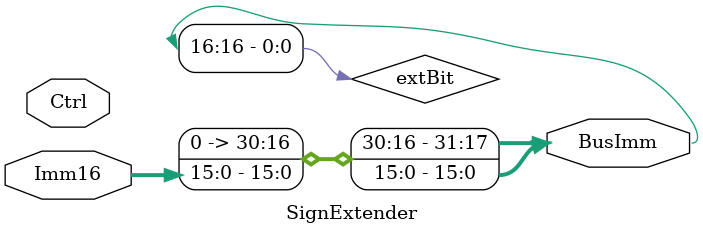
<source format=v>
module SignExtender(BusImm, Imm16, Ctrl);
output [31:0] BusImm;
input [15:0] Imm16;
input Ctrl;

wire lastBit;
assign #1 lastBit = (Ctrl ? 1'b0 : Imm16[15]);
assign BusImm = {{extBit}, Imm16};

endmodule
</source>
